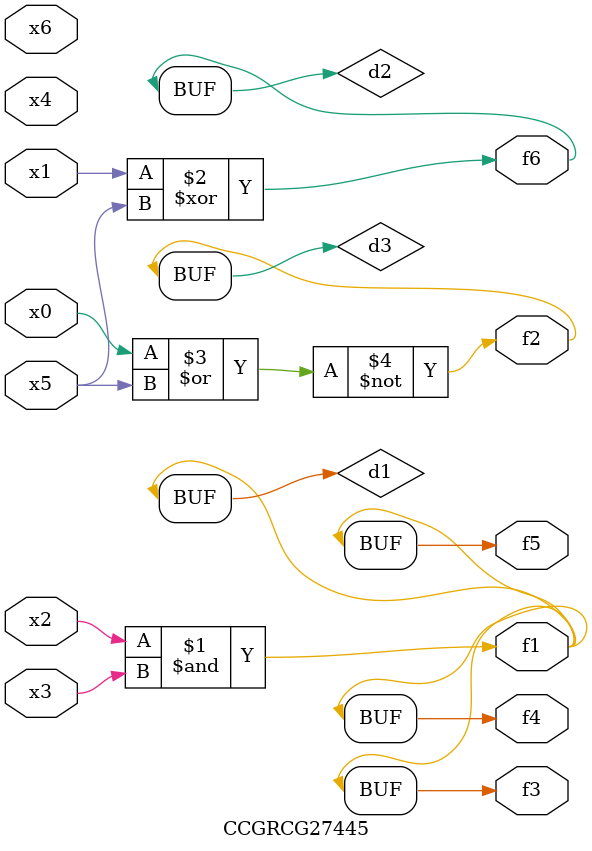
<source format=v>
module CCGRCG27445(
	input x0, x1, x2, x3, x4, x5, x6,
	output f1, f2, f3, f4, f5, f6
);

	wire d1, d2, d3;

	and (d1, x2, x3);
	xor (d2, x1, x5);
	nor (d3, x0, x5);
	assign f1 = d1;
	assign f2 = d3;
	assign f3 = d1;
	assign f4 = d1;
	assign f5 = d1;
	assign f6 = d2;
endmodule

</source>
